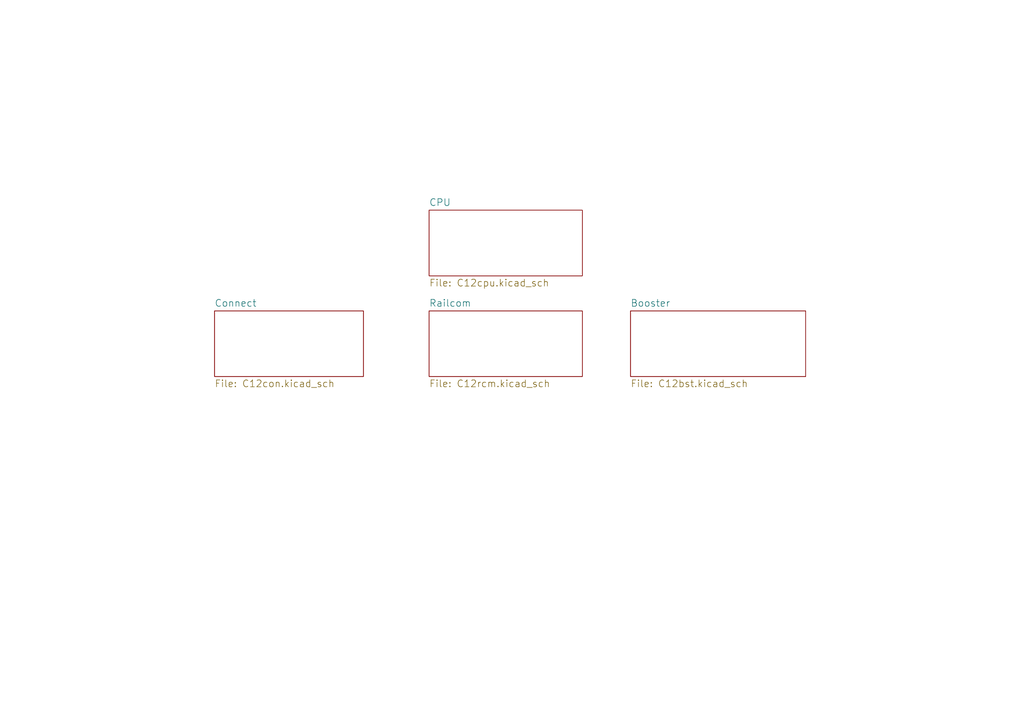
<source format=kicad_sch>
(kicad_sch
	(version 20250114)
	(generator "eeschema")
	(generator_version "9.0")
	(uuid "e2caae34-38e0-49bd-894c-b8f3f29396f0")
	(paper "A4")
	(title_block
		(title "RTB C12 Module")
		(date "2025-09-22")
		(rev "2")
		(company "Frank Schumacher")
		(comment 1 "Booster")
	)
	(lib_symbols)
	(sheet
		(at 124.46 60.96)
		(size 44.45 19.05)
		(exclude_from_sim no)
		(in_bom yes)
		(on_board yes)
		(dnp no)
		(fields_autoplaced yes)
		(stroke
			(width 0)
			(type solid)
		)
		(fill
			(color 0 0 0 0.0000)
		)
		(uuid "00000000-0000-0000-0000-00005b6c6b9d")
		(property "Sheetname" "CPU"
			(at 124.46 59.8801 0)
			(effects
				(font
					(size 2.0066 2.0066)
				)
				(justify left bottom)
			)
		)
		(property "Sheetfile" "C12cpu.kicad_sch"
			(at 124.46 80.8892 0)
			(effects
				(font
					(size 2.0066 2.0066)
				)
				(justify left top)
			)
		)
		(instances
			(project "C12"
				(path "/e2caae34-38e0-49bd-894c-b8f3f29396f0"
					(page "3")
				)
			)
		)
	)
	(sheet
		(at 124.46 90.17)
		(size 44.45 19.05)
		(exclude_from_sim no)
		(in_bom yes)
		(on_board yes)
		(dnp no)
		(fields_autoplaced yes)
		(stroke
			(width 0)
			(type solid)
		)
		(fill
			(color 0 0 0 0.0000)
		)
		(uuid "00000000-0000-0000-0000-00005b6d9789")
		(property "Sheetname" "Railcom"
			(at 124.46 89.0901 0)
			(effects
				(font
					(size 2.0066 2.0066)
				)
				(justify left bottom)
			)
		)
		(property "Sheetfile" "C12rcm.kicad_sch"
			(at 124.46 110.0992 0)
			(effects
				(font
					(size 2.0066 2.0066)
				)
				(justify left top)
			)
		)
		(instances
			(project "C12"
				(path "/e2caae34-38e0-49bd-894c-b8f3f29396f0"
					(page "4")
				)
			)
		)
	)
	(sheet
		(at 62.23 90.17)
		(size 43.18 19.05)
		(exclude_from_sim no)
		(in_bom yes)
		(on_board yes)
		(dnp no)
		(fields_autoplaced yes)
		(stroke
			(width 0)
			(type solid)
		)
		(fill
			(color 0 0 0 0.0000)
		)
		(uuid "00000000-0000-0000-0000-00005b6e0562")
		(property "Sheetname" "Connect"
			(at 62.23 89.0901 0)
			(effects
				(font
					(size 2.0066 2.0066)
				)
				(justify left bottom)
			)
		)
		(property "Sheetfile" "C12con.kicad_sch"
			(at 62.23 110.0992 0)
			(effects
				(font
					(size 2.0066 2.0066)
				)
				(justify left top)
			)
		)
		(instances
			(project "C12"
				(path "/e2caae34-38e0-49bd-894c-b8f3f29396f0"
					(page "2")
				)
			)
		)
	)
	(sheet
		(at 182.88 90.17)
		(size 50.8 19.05)
		(exclude_from_sim no)
		(in_bom yes)
		(on_board yes)
		(dnp no)
		(fields_autoplaced yes)
		(stroke
			(width 0)
			(type solid)
		)
		(fill
			(color 0 0 0 0.0000)
		)
		(uuid "00000000-0000-0000-0000-00005ca7768a")
		(property "Sheetname" "Booster"
			(at 182.88 89.0901 0)
			(effects
				(font
					(size 2.0066 2.0066)
				)
				(justify left bottom)
			)
		)
		(property "Sheetfile" "C12bst.kicad_sch"
			(at 182.88 110.0992 0)
			(effects
				(font
					(size 2.0066 2.0066)
				)
				(justify left top)
			)
		)
		(instances
			(project "C12"
				(path "/e2caae34-38e0-49bd-894c-b8f3f29396f0"
					(page "5")
				)
			)
		)
	)
	(sheet_instances
		(path "/"
			(page "1")
		)
	)
	(embedded_fonts no)
)

</source>
